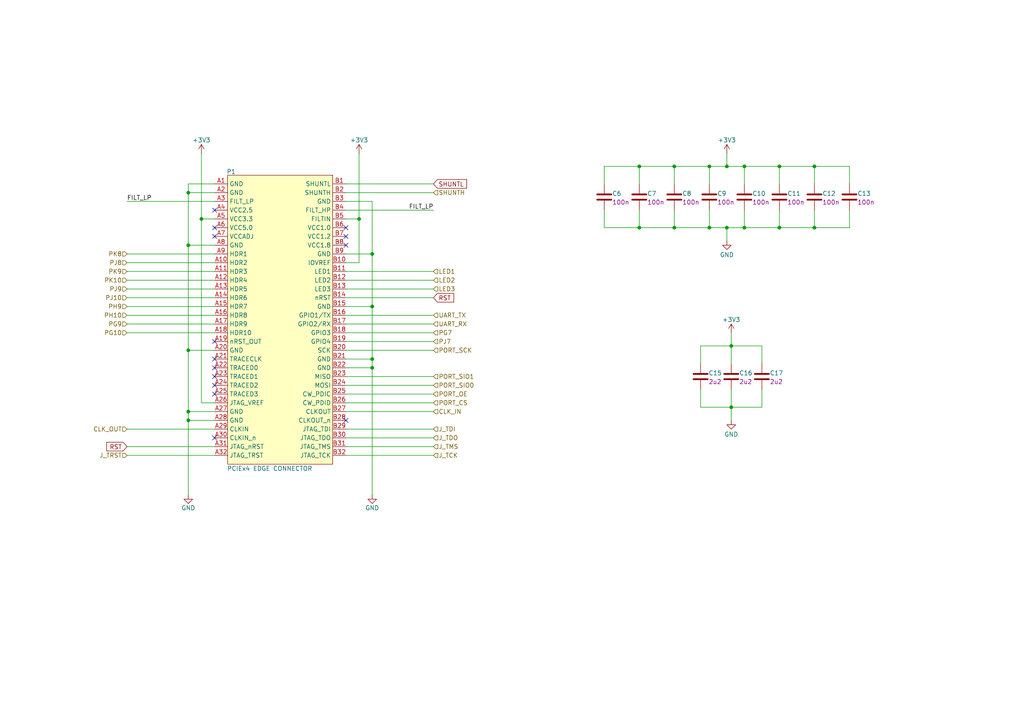
<source format=kicad_sch>
(kicad_sch (version 20231120) (generator "eeschema") (generator_version "8.0")
  (paper "A4")
  (lib_symbols
    (symbol "NAE_Connectors:CW312T-Template" (in_bom no)
      (property "Reference" "P" (at -15.24 3.81 0))
      (property "Value" "PCIEx4 EDGE CONNECTOR " (at 3.81 3.81 0))
      (symbol "CW312T-Template_1_1"
        (rectangle (start -15.24 2.54) (end 15.24 -81.28) (fill (type background)))
        (pin unspecified line (at -19.05 0 0) (length 3.81) (name "GND") (number "A1"))
        (pin unspecified line (at -19.05 -22.86 0) (length 3.81) (name "HDR2") (number "A10"))
        (pin unspecified line (at -19.05 -25.4 0) (length 3.81) (name "HDR3") (number "A11"))
        (pin unspecified line (at -19.05 -27.94 0) (length 3.81) (name "HDR4") (number "A12"))
        (pin unspecified line (at -19.05 -30.48 0) (length 3.81) (name "HDR5") (number "A13"))
        (pin unspecified line (at -19.05 -33.02 0) (length 3.81) (name "HDR6") (number "A14"))
        (pin unspecified line (at -19.05 -35.56 0) (length 3.81) (name "HDR7") (number "A15"))
        (pin unspecified line (at -19.05 -38.1 0) (length 3.81) (name "HDR8") (number "A16"))
        (pin unspecified line (at -19.05 -40.64 0) (length 3.81) (name "HDR9") (number "A17"))
        (pin unspecified line (at -19.05 -43.18 0) (length 3.81) (name "HDR10") (number "A18"))
        (pin unspecified line (at -19.05 -45.72 0) (length 3.81) (name "nRST_OUT") (number "A19"))
        (pin unspecified line (at -19.05 -2.54 0) (length 3.81) (name "GND") (number "A2"))
        (pin unspecified line (at -19.05 -48.26 0) (length 3.81) (name "GND") (number "A20"))
        (pin unspecified line (at -19.05 -50.8 0) (length 3.81) (name "TRACECLK") (number "A21"))
        (pin unspecified line (at -19.05 -53.34 0) (length 3.81) (name "TRACED0") (number "A22"))
        (pin unspecified line (at -19.05 -55.88 0) (length 3.81) (name "TRACED1") (number "A23"))
        (pin unspecified line (at -19.05 -58.42 0) (length 3.81) (name "TRACED2") (number "A24"))
        (pin unspecified line (at -19.05 -60.96 0) (length 3.81) (name "TRACED3") (number "A25"))
        (pin unspecified line (at -19.05 -63.5 0) (length 3.81) (name "JTAG_VREF") (number "A26"))
        (pin unspecified line (at -19.05 -66.04 0) (length 3.81) (name "GND") (number "A27"))
        (pin unspecified line (at -19.05 -68.58 0) (length 3.81) (name "GND") (number "A28"))
        (pin unspecified line (at -19.05 -71.12 0) (length 3.81) (name "CLKIN") (number "A29"))
        (pin unspecified line (at -19.05 -5.08 0) (length 3.81) (name "FILT_LP") (number "A3"))
        (pin unspecified line (at -19.05 -73.66 0) (length 3.81) (name "CLKIN_n") (number "A30"))
        (pin unspecified line (at -19.05 -76.2 0) (length 3.81) (name "JTAG_nRST") (number "A31"))
        (pin unspecified line (at -19.05 -78.74 0) (length 3.81) (name "JTAG_TRST") (number "A32"))
        (pin unspecified line (at -19.05 -7.62 0) (length 3.81) (name "VCC2.5") (number "A4"))
        (pin unspecified line (at -19.05 -10.16 0) (length 3.81) (name "VCC3.3") (number "A5"))
        (pin unspecified line (at -19.05 -12.7 0) (length 3.81) (name "VCC5.0") (number "A6"))
        (pin unspecified line (at -19.05 -15.24 0) (length 3.81) (name "VCCADJ") (number "A7"))
        (pin unspecified line (at -19.05 -17.78 0) (length 3.81) (name "GND") (number "A8"))
        (pin unspecified line (at -19.05 -20.32 0) (length 3.81) (name "HDR1") (number "A9"))
        (pin unspecified line (at 19.05 0 180) (length 3.81) (name "SHUNTL") (number "B1"))
        (pin unspecified line (at 19.05 -22.86 180) (length 3.81) (name "IOVREF") (number "B10"))
        (pin unspecified line (at 19.05 -25.4 180) (length 3.81) (name "LED1") (number "B11"))
        (pin unspecified line (at 19.05 -27.94 180) (length 3.81) (name "LED2") (number "B12"))
        (pin unspecified line (at 19.05 -30.48 180) (length 3.81) (name "LED3") (number "B13"))
        (pin unspecified line (at 19.05 -33.02 180) (length 3.81) (name "nRST") (number "B14"))
        (pin unspecified line (at 19.05 -35.56 180) (length 3.81) (name "GND") (number "B15"))
        (pin unspecified line (at 19.05 -38.1 180) (length 3.81) (name "GPIO1/TX") (number "B16"))
        (pin unspecified line (at 19.05 -40.64 180) (length 3.81) (name "GPIO2/RX") (number "B17"))
        (pin unspecified line (at 19.05 -43.18 180) (length 3.81) (name "GPIO3") (number "B18"))
        (pin unspecified line (at 19.05 -45.72 180) (length 3.81) (name "GPIO4") (number "B19"))
        (pin unspecified line (at 19.05 -2.54 180) (length 3.81) (name "SHUNTH") (number "B2"))
        (pin unspecified line (at 19.05 -48.26 180) (length 3.81) (name "SCK") (number "B20"))
        (pin unspecified line (at 19.05 -50.8 180) (length 3.81) (name "GND") (number "B21"))
        (pin unspecified line (at 19.05 -53.34 180) (length 3.81) (name "GND") (number "B22"))
        (pin unspecified line (at 19.05 -55.88 180) (length 3.81) (name "MISO") (number "B23"))
        (pin unspecified line (at 19.05 -58.42 180) (length 3.81) (name "MOSI") (number "B24"))
        (pin unspecified line (at 19.05 -60.96 180) (length 3.81) (name "CW_PDIC") (number "B25"))
        (pin unspecified line (at 19.05 -63.5 180) (length 3.81) (name "CW_PDID") (number "B26"))
        (pin unspecified line (at 19.05 -66.04 180) (length 3.81) (name "CLKOUT") (number "B27"))
        (pin unspecified line (at 19.05 -68.58 180) (length 3.81) (name "CLKOUT_n") (number "B28"))
        (pin unspecified line (at 19.05 -71.12 180) (length 3.81) (name "JTAG_TDI") (number "B29"))
        (pin unspecified line (at 19.05 -5.08 180) (length 3.81) (name "GND") (number "B3"))
        (pin unspecified line (at 19.05 -73.66 180) (length 3.81) (name "JTAG_TDO") (number "B30"))
        (pin unspecified line (at 19.05 -76.2 180) (length 3.81) (name "JTAG_TMS") (number "B31"))
        (pin unspecified line (at 19.05 -78.74 180) (length 3.81) (name "JTAG_TCK") (number "B32"))
        (pin unspecified line (at 19.05 -7.62 180) (length 3.81) (name "FILT_HP") (number "B4"))
        (pin unspecified line (at 19.05 -10.16 180) (length 3.81) (name "FILTIN") (number "B5"))
        (pin unspecified line (at 19.05 -12.7 180) (length 3.81) (name "VCC1.0") (number "B6"))
        (pin unspecified line (at 19.05 -15.24 180) (length 3.81) (name "VCC1.2") (number "B7"))
        (pin unspecified line (at 19.05 -17.78 180) (length 3.81) (name "VCC1.8") (number "B8"))
        (pin unspecified line (at 19.05 -20.32 180) (length 3.81) (name "GND") (number "B9"))
      )
    )
    (symbol "nae_caps:CAP_100n_6.3V_0603" (pin_numbers hide)
      (property "Reference" "C" (at -20.32 5.08 0))
      (property "Display Value" "100n" (at 15.24 5.08 0))
      (symbol "CAP_100n_6.3V_0603_0_1"
        (polyline (pts (xy -0.762 -2.032) (xy -0.762 2.032)) (stroke (width 0.508)))
        (polyline (pts (xy 0.762 -2.032) (xy 0.762 2.032)) (stroke (width 0.508)))
      )
      (symbol "CAP_100n_6.3V_0603_1_1"
        (pin passive line (at -3.81 0 0) (length 2.794) (name "~") (number "1"))
        (pin passive line (at 3.81 0 180) (length 2.794) (name "~") (number "2"))
      )
    )
    (symbol "nae_caps:CAP_2u2_6.3V_0603" (pin_numbers hide)
      (property "Reference" "C" (at -20.32 5.08 0))
      (property "Display Value" "2u2" (at 15.24 5.08 0))
      (symbol "CAP_2u2_6.3V_0603_0_1"
        (polyline (pts (xy -0.762 -2.032) (xy -0.762 2.032)) (stroke (width 0.508)))
        (polyline (pts (xy 0.762 -2.032) (xy 0.762 2.032)) (stroke (width 0.508)))
      )
      (symbol "CAP_2u2_6.3V_0603_1_1"
        (pin passive line (at -3.81 0 0) (length 2.794) (name "~") (number "1"))
        (pin passive line (at 3.81 0 180) (length 2.794) (name "~") (number "2"))
      )
    )
    (symbol "power:+3V3" (power) (pin_numbers hide) (pin_names (offset 0) hide)
      (property "Value" "+3V3" (at 0 3.556 0))
      (symbol "+3V3_0_1"
        (polyline (pts (xy -0.762 1.27) (xy 0 2.54)))
        (polyline (pts (xy 0 0) (xy 0 2.54)))
        (polyline (pts (xy 0 2.54) (xy 0.762 1.27)))
      )
      (symbol "+3V3_1_1"
        (pin power_in line (at 0 0 90) (length 0) (name "~") (number "1"))
      )
    )
    (symbol "power:GND" (power) (pin_numbers hide) (pin_names (offset 0) hide)
      (property "Value" "GND" (at 0 -3.81 0))
      (symbol "GND_0_1"
        (polyline (pts (xy 0 0) (xy 0 -1.27) (xy 1.27 -1.27) (xy 0 -2.54) (xy -1.27 -1.27) (xy 0 -1.27)))
      )
      (symbol "GND_1_1"
        (pin power_in line (at 0 0 270) (length 0) (name "~") (number "1"))
      )
    )
  )
  (junction (at 212.09 100.33))
  (junction (at 185.42 66.04))
  (junction (at 107.95 73.66))
  (junction (at 215.9 48.26))
  (junction (at 104.14 63.5))
  (junction (at 54.61 119.38))
  (junction (at 107.95 106.68))
  (junction (at 205.74 48.26))
  (junction (at 226.06 66.04))
  (junction (at 107.95 88.9))
  (junction (at 54.61 55.88))
  (junction (at 107.95 104.14))
  (junction (at 210.82 48.26))
  (junction (at 226.06 48.26))
  (junction (at 205.74 66.04))
  (junction (at 195.58 66.04))
  (junction (at 54.61 121.92))
  (junction (at 54.61 101.6))
  (junction (at 236.22 48.26))
  (junction (at 58.42 63.5))
  (junction (at 236.22 66.04))
  (junction (at 195.58 48.26))
  (junction (at 185.42 48.26))
  (junction (at 215.9 66.04))
  (junction (at 54.61 71.12))
  (junction (at 210.82 66.04))
  (junction (at 212.09 118.11))
  (no_connect (at 100.33 66.04))
  (no_connect (at 62.23 109.22))
  (no_connect (at 62.23 111.76))
  (no_connect (at 62.23 104.14))
  (no_connect (at 62.23 106.68))
  (no_connect (at 62.23 66.04))
  (no_connect (at 100.33 68.58))
  (no_connect (at 62.23 99.06))
  (no_connect (at 100.33 71.12))
  (no_connect (at 62.23 114.3))
  (no_connect (at 62.23 60.96))
  (no_connect (at 62.23 68.58))
  (no_connect (at 62.23 127))
  (no_connect (at 100.33 121.92))
  (wire (pts (xy 36.83 132.08) (xy 62.23 132.08)))
  (wire (pts (xy 100.33 60.96) (xy 125.73 60.96)))
  (wire (pts (xy 36.83 78.74) (xy 62.23 78.74)))
  (wire (pts (xy 36.83 73.66) (xy 62.23 73.66)))
  (wire (pts (xy 100.33 101.6) (xy 125.73 101.6)))
  (wire (pts (xy 226.06 66.04) (xy 236.22 66.04)))
  (wire (pts (xy 236.22 60.96) (xy 236.22 66.04)))
  (wire (pts (xy 226.06 48.26) (xy 236.22 48.26)))
  (wire (pts (xy 36.83 96.52) (xy 62.23 96.52)))
  (wire (pts (xy 58.42 63.5) (xy 58.42 116.84)))
  (wire (pts (xy 210.82 69.85) (xy 210.82 66.04)))
  (wire (pts (xy 100.33 91.44) (xy 125.73 91.44)))
  (wire (pts (xy 185.42 48.26) (xy 195.58 48.26)))
  (wire (pts (xy 54.61 101.6) (xy 54.61 119.38)))
  (wire (pts (xy 100.33 116.84) (xy 125.73 116.84)))
  (wire (pts (xy 175.26 48.26) (xy 185.42 48.26)))
  (wire (pts (xy 100.33 132.08) (xy 125.73 132.08)))
  (wire (pts (xy 100.33 53.34) (xy 125.73 53.34)))
  (wire (pts (xy 107.95 73.66) (xy 107.95 88.9)))
  (wire (pts (xy 100.33 99.06) (xy 125.73 99.06)))
  (wire (pts (xy 205.74 60.96) (xy 205.74 66.04)))
  (wire (pts (xy 195.58 48.26) (xy 205.74 48.26)))
  (wire (pts (xy 100.33 127) (xy 125.73 127)))
  (wire (pts (xy 54.61 71.12) (xy 62.23 71.12)))
  (wire (pts (xy 36.83 88.9) (xy 62.23 88.9)))
  (wire (pts (xy 246.38 48.26) (xy 246.38 53.34)))
  (wire (pts (xy 205.74 66.04) (xy 210.82 66.04)))
  (wire (pts (xy 36.83 81.28) (xy 62.23 81.28)))
  (wire (pts (xy 107.95 104.14) (xy 107.95 106.68)))
  (wire (pts (xy 236.22 48.26) (xy 236.22 53.34)))
  (wire (pts (xy 100.33 129.54) (xy 125.73 129.54)))
  (wire (pts (xy 100.33 109.22) (xy 125.73 109.22)))
  (wire (pts (xy 226.06 48.26) (xy 226.06 53.34)))
  (wire (pts (xy 220.98 118.11) (xy 220.98 113.03)))
  (wire (pts (xy 36.83 91.44) (xy 62.23 91.44)))
  (wire (pts (xy 203.2 105.41) (xy 203.2 100.33)))
  (wire (pts (xy 104.14 44.45) (xy 104.14 63.5)))
  (wire (pts (xy 100.33 114.3) (xy 125.73 114.3)))
  (wire (pts (xy 203.2 118.11) (xy 212.09 118.11)))
  (wire (pts (xy 100.33 106.68) (xy 107.95 106.68)))
  (wire (pts (xy 100.33 63.5) (xy 104.14 63.5)))
  (wire (pts (xy 104.14 63.5) (xy 104.14 76.2)))
  (wire (pts (xy 185.42 48.26) (xy 185.42 53.34)))
  (wire (pts (xy 54.61 121.92) (xy 62.23 121.92)))
  (wire (pts (xy 36.83 124.46) (xy 62.23 124.46)))
  (wire (pts (xy 54.61 55.88) (xy 54.61 71.12)))
  (wire (pts (xy 175.26 66.04) (xy 175.26 60.96)))
  (wire (pts (xy 236.22 66.04) (xy 246.38 66.04)))
  (wire (pts (xy 236.22 48.26) (xy 246.38 48.26)))
  (wire (pts (xy 195.58 60.96) (xy 195.58 66.04)))
  (wire (pts (xy 195.58 66.04) (xy 205.74 66.04)))
  (wire (pts (xy 100.33 83.82) (xy 125.73 83.82)))
  (wire (pts (xy 220.98 105.41) (xy 220.98 100.33)))
  (wire (pts (xy 195.58 48.26) (xy 195.58 53.34)))
  (wire (pts (xy 100.33 81.28) (xy 125.73 81.28)))
  (wire (pts (xy 107.95 58.42) (xy 107.95 73.66)))
  (wire (pts (xy 100.33 76.2) (xy 104.14 76.2)))
  (wire (pts (xy 100.33 93.98) (xy 125.73 93.98)))
  (wire (pts (xy 54.61 121.92) (xy 54.61 143.51)))
  (wire (pts (xy 210.82 48.26) (xy 215.9 48.26)))
  (wire (pts (xy 215.9 60.96) (xy 215.9 66.04)))
  (wire (pts (xy 100.33 104.14) (xy 107.95 104.14)))
  (wire (pts (xy 36.83 86.36) (xy 62.23 86.36)))
  (wire (pts (xy 226.06 60.96) (xy 226.06 66.04)))
  (wire (pts (xy 62.23 53.34) (xy 54.61 53.34)))
  (wire (pts (xy 205.74 48.26) (xy 205.74 53.34)))
  (wire (pts (xy 100.33 55.88) (xy 125.73 55.88)))
  (wire (pts (xy 210.82 44.45) (xy 210.82 48.26)))
  (wire (pts (xy 100.33 88.9) (xy 107.95 88.9)))
  (wire (pts (xy 54.61 119.38) (xy 62.23 119.38)))
  (wire (pts (xy 212.09 118.11) (xy 212.09 121.92)))
  (wire (pts (xy 58.42 116.84) (xy 62.23 116.84)))
  (wire (pts (xy 203.2 100.33) (xy 212.09 100.33)))
  (wire (pts (xy 36.83 58.42) (xy 62.23 58.42)))
  (wire (pts (xy 175.26 66.04) (xy 185.42 66.04)))
  (wire (pts (xy 107.95 58.42) (xy 100.33 58.42)))
  (wire (pts (xy 100.33 78.74) (xy 125.73 78.74)))
  (wire (pts (xy 215.9 48.26) (xy 215.9 53.34)))
  (wire (pts (xy 215.9 66.04) (xy 226.06 66.04)))
  (wire (pts (xy 212.09 105.41) (xy 212.09 100.33)))
  (wire (pts (xy 54.61 55.88) (xy 62.23 55.88)))
  (wire (pts (xy 212.09 118.11) (xy 220.98 118.11)))
  (wire (pts (xy 54.61 101.6) (xy 62.23 101.6)))
  (wire (pts (xy 107.95 106.68) (xy 107.95 143.51)))
  (wire (pts (xy 100.33 119.38) (xy 125.73 119.38)))
  (wire (pts (xy 36.83 93.98) (xy 62.23 93.98)))
  (wire (pts (xy 54.61 53.34) (xy 54.61 55.88)))
  (wire (pts (xy 175.26 53.34) (xy 175.26 48.26)))
  (wire (pts (xy 36.83 129.54) (xy 62.23 129.54)))
  (wire (pts (xy 203.2 118.11) (xy 203.2 113.03)))
  (wire (pts (xy 100.33 86.36) (xy 125.73 86.36)))
  (wire (pts (xy 54.61 119.38) (xy 54.61 121.92)))
  (wire (pts (xy 100.33 73.66) (xy 107.95 73.66)))
  (wire (pts (xy 215.9 48.26) (xy 226.06 48.26)))
  (wire (pts (xy 185.42 60.96) (xy 185.42 66.04)))
  (wire (pts (xy 107.95 88.9) (xy 107.95 104.14)))
  (wire (pts (xy 212.09 100.33) (xy 220.98 100.33)))
  (wire (pts (xy 210.82 66.04) (xy 215.9 66.04)))
  (wire (pts (xy 36.83 76.2) (xy 62.23 76.2)))
  (wire (pts (xy 100.33 124.46) (xy 125.73 124.46)))
  (wire (pts (xy 54.61 71.12) (xy 54.61 101.6)))
  (wire (pts (xy 205.74 48.26) (xy 210.82 48.26)))
  (wire (pts (xy 246.38 60.96) (xy 246.38 66.04)))
  (wire (pts (xy 212.09 118.11) (xy 212.09 113.03)))
  (wire (pts (xy 100.33 111.76) (xy 125.73 111.76)))
  (wire (pts (xy 100.33 96.52) (xy 125.73 96.52)))
  (wire (pts (xy 212.09 96.52) (xy 212.09 100.33)))
  (wire (pts (xy 36.83 83.82) (xy 62.23 83.82)))
  (wire (pts (xy 185.42 66.04) (xy 195.58 66.04)))
  (wire (pts (xy 58.42 44.45) (xy 58.42 63.5)))
  (wire (pts (xy 62.23 63.5) (xy 58.42 63.5)))
  (label "FILT_LP" (at 36.83 58.42 0))
  (label "FILT_LP" (at 125.73 60.96 180))
  (global_label "SHUNTL" (shape input) (at 125.73 53.34 0) (property "Intersheetrefs" "${INTERSHEET_REFS}" (effects (hide yes))))
  (global_label "RST" (shape input) (at 125.73 86.36 0) (property "Intersheetrefs" "${INTERSHEET_REFS}" (effects (hide yes))))
  (global_label "RST" (shape input) (at 36.83 129.54 180) (property "Intersheetrefs" "${INTERSHEET_REFS}" (effects (hide yes))))
  (hierarchical_label "PJ9" (shape input) (at 36.83 83.82 180))
  (hierarchical_label "J_TDO" (shape input) (at 125.73 127 0))
  (hierarchical_label "CLK_IN" (shape input) (at 125.73 119.38 0))
  (hierarchical_label "PORT_SIO1" (shape input) (at 125.73 109.22 0))
  (hierarchical_label "LED2" (shape input) (at 125.73 81.28 0))
  (hierarchical_label "PH10" (shape input) (at 36.83 91.44 180))
  (hierarchical_label "J_TCK" (shape input) (at 125.73 132.08 0))
  (hierarchical_label "PK10" (shape input) (at 36.83 81.28 180))
  (hierarchical_label "UART_TX" (shape input) (at 125.73 91.44 0))
  (hierarchical_label "PJ7" (shape input) (at 125.73 99.06 0))
  (hierarchical_label "PORT_CS" (shape input) (at 125.73 116.84 0))
  (hierarchical_label "LED1" (shape input) (at 125.73 78.74 0))
  (hierarchical_label "PK8" (shape input) (at 36.83 73.66 180))
  (hierarchical_label "PG7" (shape input) (at 125.73 96.52 0))
  (hierarchical_label "J_TMS" (shape input) (at 125.73 129.54 0))
  (hierarchical_label "PH9" (shape input) (at 36.83 88.9 180))
  (hierarchical_label "CLK_OUT" (shape input) (at 36.83 124.46 180))
  (hierarchical_label "SHUNTH" (shape input) (at 125.73 55.88 0))
  (hierarchical_label "UART_RX" (shape input) (at 125.73 93.98 0))
  (hierarchical_label "PG10" (shape input) (at 36.83 96.52 180))
  (hierarchical_label "PORT_OE" (shape input) (at 125.73 114.3 0))
  (hierarchical_label "PG9" (shape input) (at 36.83 93.98 180))
  (hierarchical_label "PJ8" (shape input) (at 36.83 76.2 180))
  (hierarchical_label "J_TRST" (shape input) (at 36.83 132.08 180))
  (hierarchical_label "PK9" (shape input) (at 36.83 78.74 180))
  (hierarchical_label "PORT_SCK" (shape input) (at 125.73 101.6 0))
  (hierarchical_label "J_TDI" (shape input) (at 125.73 124.46 0))
  (hierarchical_label "PORT_SIO0" (shape input) (at 125.73 111.76 0))
  (hierarchical_label "PJ10" (shape input) (at 36.83 86.36 180))
  (hierarchical_label "LED3" (shape input) (at 125.73 83.82 0))
  (symbol (lib_id "power:+3V3") (at 58.42 44.45 0) (mirror y) (unit 1)
    (property "Reference" "#PWR05" (effects (hide yes)))
    (property "Value" "+3V3" (at 58.42 40.64 0))
    (property "Description" "Power symbol creates a global label with name \"+3V3\"" (effects (hide yes)))
  )
  (symbol (lib_id "power:GND") (at 107.95 143.51 0) (unit 1)
    (property "Reference" "#PWR02" (effects (hide yes)))
    (property "Value" "GND" (at 107.95 147.32 0))
    (property "Description" "Power symbol creates a global label with name \"GND\" , ground" (effects (hide yes)))
  )
  (symbol (lib_id "nae_caps:CAP_100n_6.3V_0603") (at 215.9 57.15 90) (unit 1)
    (property "Reference" "C10" (at 218.186 56.134 90) (effects (justify right)))
    (property "Value" "CAP_100n_6.3V_0603" (effects (hide yes)))
    (property "Footprint" "Capacitor_SMD:C_0603_1608Metric" (effects (hide yes)))
    (property "Datasheet" "https://www.yageo.com/upload/media/product/productsearch/datasheet/mlcc/UPY-GPHC_X7R_6.3V-to-250V_24.pdf" (effects (hide yes)))
    (property "Description" "CAP CER 0.1UF 6.3V X7R 0603" (effects (hide yes)))
    (property "Display Value" "100n" (at 218.186 58.674 90) (effects (justify right)))
    (property "Manufacturer" "YAGEO" (effects (hide yes)))
    (property "Manufacturer Part Number" "CC0603KRX7R5BB104" (effects (hide yes)))
    (property "Supplier 1" "DigiKey" (effects (hide yes)))
    (property "Supplier 1 Part Number" "13-CC0603KRX7R5BB104CT-ND" (effects (hide yes)))
    (property "Supplier 2" "no_data" (effects (hide yes)))
    (property "Supplier 2 Part Number" "no_data" (effects (hide yes)))
  )
  (symbol (lib_id "power:+3V3") (at 104.14 44.45 0) (unit 1)
    (property "Reference" "#PWR03" (effects (hide yes)))
    (property "Value" "+3V3" (at 104.14 40.64 0))
    (property "Description" "Power symbol creates a global label with name \"+3V3\"" (effects (hide yes)))
  )
  (symbol (lib_id "power:+3V3") (at 212.09 96.52 0) (unit 1)
    (property "Reference" "#PWR09" (effects (hide yes)))
    (property "Value" "+3V3" (at 212.09 92.71 0))
    (property "Description" "Power symbol creates a global label with name \"+3V3\"" (effects (hide yes)))
  )
  (symbol (lib_id "nae_caps:CAP_100n_6.3V_0603") (at 185.42 57.15 90) (unit 1)
    (property "Reference" "C7" (at 187.706 56.134 90) (effects (justify right)))
    (property "Value" "CAP_100n_6.3V_0603" (effects (hide yes)))
    (property "Footprint" "Capacitor_SMD:C_0603_1608Metric" (effects (hide yes)))
    (property "Datasheet" "https://www.yageo.com/upload/media/product/productsearch/datasheet/mlcc/UPY-GPHC_X7R_6.3V-to-250V_24.pdf" (effects (hide yes)))
    (property "Description" "CAP CER 0.1UF 6.3V X7R 0603" (effects (hide yes)))
    (property "Display Value" "100n" (at 187.706 58.674 90) (effects (justify right)))
    (property "Manufacturer" "YAGEO" (effects (hide yes)))
    (property "Manufacturer Part Number" "CC0603KRX7R5BB104" (effects (hide yes)))
    (property "Supplier 1" "DigiKey" (effects (hide yes)))
    (property "Supplier 1 Part Number" "13-CC0603KRX7R5BB104CT-ND" (effects (hide yes)))
    (property "Supplier 2" "no_data" (effects (hide yes)))
    (property "Supplier 2 Part Number" "no_data" (effects (hide yes)))
  )
  (symbol (lib_id "power:+3V3") (at 210.82 44.45 0) (unit 1)
    (property "Reference" "#PWR06" (effects (hide yes)))
    (property "Value" "+3V3" (at 210.82 40.64 0))
    (property "Description" "Power symbol creates a global label with name \"+3V3\"" (effects (hide yes)))
  )
  (symbol (lib_id "nae_caps:CAP_100n_6.3V_0603") (at 236.22 57.15 90) (unit 1)
    (property "Reference" "C12" (at 238.506 56.134 90) (effects (justify right)))
    (property "Value" "CAP_100n_6.3V_0603" (effects (hide yes)))
    (property "Footprint" "Capacitor_SMD:C_0603_1608Metric" (effects (hide yes)))
    (property "Datasheet" "https://www.yageo.com/upload/media/product/productsearch/datasheet/mlcc/UPY-GPHC_X7R_6.3V-to-250V_24.pdf" (effects (hide yes)))
    (property "Description" "CAP CER 0.1UF 6.3V X7R 0603" (effects (hide yes)))
    (property "Display Value" "100n" (at 238.506 58.674 90) (effects (justify right)))
    (property "Manufacturer" "YAGEO" (effects (hide yes)))
    (property "Manufacturer Part Number" "CC0603KRX7R5BB104" (effects (hide yes)))
    (property "Supplier 1" "DigiKey" (effects (hide yes)))
    (property "Supplier 1 Part Number" "13-CC0603KRX7R5BB104CT-ND" (effects (hide yes)))
    (property "Supplier 2" "no_data" (effects (hide yes)))
    (property "Supplier 2 Part Number" "no_data" (effects (hide yes)))
  )
  (symbol (lib_id "nae_caps:CAP_100n_6.3V_0603") (at 246.38 57.15 90) (unit 1)
    (property "Reference" "C13" (at 248.666 56.134 90) (effects (justify right)))
    (property "Value" "CAP_100n_6.3V_0603" (effects (hide yes)))
    (property "Footprint" "Capacitor_SMD:C_0603_1608Metric" (effects (hide yes)))
    (property "Datasheet" "https://www.yageo.com/upload/media/product/productsearch/datasheet/mlcc/UPY-GPHC_X7R_6.3V-to-250V_24.pdf" (effects (hide yes)))
    (property "Description" "CAP CER 0.1UF 6.3V X7R 0603" (effects (hide yes)))
    (property "Display Value" "100n" (at 248.666 58.674 90) (effects (justify right)))
    (property "Manufacturer" "YAGEO" (effects (hide yes)))
    (property "Manufacturer Part Number" "CC0603KRX7R5BB104" (effects (hide yes)))
    (property "Supplier 1" "DigiKey" (effects (hide yes)))
    (property "Supplier 1 Part Number" "13-CC0603KRX7R5BB104CT-ND" (effects (hide yes)))
    (property "Supplier 2" "no_data" (effects (hide yes)))
    (property "Supplier 2 Part Number" "no_data" (effects (hide yes)))
  )
  (symbol (lib_id "nae_caps:CAP_100n_6.3V_0603") (at 195.58 57.15 90) (unit 1)
    (property "Reference" "C8" (at 197.866 56.134 90) (effects (justify right)))
    (property "Value" "CAP_100n_6.3V_0603" (effects (hide yes)))
    (property "Footprint" "Capacitor_SMD:C_0603_1608Metric" (effects (hide yes)))
    (property "Datasheet" "https://www.yageo.com/upload/media/product/productsearch/datasheet/mlcc/UPY-GPHC_X7R_6.3V-to-250V_24.pdf" (effects (hide yes)))
    (property "Description" "CAP CER 0.1UF 6.3V X7R 0603" (effects (hide yes)))
    (property "Display Value" "100n" (at 197.866 58.674 90) (effects (justify right)))
    (property "Manufacturer" "YAGEO" (effects (hide yes)))
    (property "Manufacturer Part Number" "CC0603KRX7R5BB104" (effects (hide yes)))
    (property "Supplier 1" "DigiKey" (effects (hide yes)))
    (property "Supplier 1 Part Number" "13-CC0603KRX7R5BB104CT-ND" (effects (hide yes)))
    (property "Supplier 2" "no_data" (effects (hide yes)))
    (property "Supplier 2 Part Number" "no_data" (effects (hide yes)))
  )
  (symbol (lib_id "power:GND") (at 210.82 69.85 0) (unit 1)
    (property "Reference" "#PWR07" (effects (hide yes)))
    (property "Value" "GND" (at 210.82 73.914 0))
    (property "Description" "Power symbol creates a global label with name \"GND\" , ground" (effects (hide yes)))
  )
  (symbol (lib_id "nae_caps:CAP_100n_6.3V_0603") (at 226.06 57.15 90) (unit 1)
    (property "Reference" "C11" (at 228.346 56.134 90) (effects (justify right)))
    (property "Value" "CAP_100n_6.3V_0603" (effects (hide yes)))
    (property "Footprint" "Capacitor_SMD:C_0603_1608Metric" (effects (hide yes)))
    (property "Datasheet" "https://www.yageo.com/upload/media/product/productsearch/datasheet/mlcc/UPY-GPHC_X7R_6.3V-to-250V_24.pdf" (effects (hide yes)))
    (property "Description" "CAP CER 0.1UF 6.3V X7R 0603" (effects (hide yes)))
    (property "Display Value" "100n" (at 228.346 58.674 90) (effects (justify right)))
    (property "Manufacturer" "YAGEO" (effects (hide yes)))
    (property "Manufacturer Part Number" "CC0603KRX7R5BB104" (effects (hide yes)))
    (property "Supplier 1" "DigiKey" (effects (hide yes)))
    (property "Supplier 1 Part Number" "13-CC0603KRX7R5BB104CT-ND" (effects (hide yes)))
    (property "Supplier 2" "no_data" (effects (hide yes)))
    (property "Supplier 2 Part Number" "no_data" (effects (hide yes)))
  )
  (symbol (lib_id "NAE_Connectors:CW312T-Template") (at 81.28 53.34 0) (unit 1) (in_bom no)
    (property "Reference" "P1" (at 67.056 49.784 0))
    (property "Value" "PCIEx4 EDGE CONNECTOR" (at 78.232 135.89 0))
    (property "Footprint" "tutorial_2_library:CW312_Template" (effects (hide yes)))
    (property "Description" "BOARD AND EDGE CONNECTOR TEMPLATE FOR CW312 TARGETS" (effects (hide yes)))
  )
  (symbol (lib_id "power:GND") (at 54.61 143.51 0) (unit 1)
    (property "Reference" "#PWR01" (effects (hide yes)))
    (property "Value" "GND" (at 54.61 147.32 0))
    (property "Description" "Power symbol creates a global label with name \"GND\" , ground" (effects (hide yes)))
  )
  (symbol (lib_id "nae_caps:CAP_2u2_6.3V_0603") (at 203.2 109.22 90) (unit 1)
    (property "Reference" "C15" (at 205.486 108.204 90) (effects (justify right)))
    (property "Value" "CAP_2u2_6.3V_0603" (effects (hide yes)))
    (property "Footprint" "Capacitor_SMD:C_0603_1608Metric" (effects (hide yes)))
    (property "Datasheet" "https://www.yageo.com/upload/media/product/productsearch/datasheet/mlcc/UPY-GPHC_X7R_6.3V-to-250V_24.pdf" (effects (hide yes)))
    (property "Description" "CAP CER 2.2UF 6.3V X7R 0603" (effects (hide yes)))
    (property "Display Value" "2u2" (at 205.486 110.744 90) (effects (justify right)))
    (property "Manufacturer" "YAGEO" (effects (hide yes)))
    (property "Manufacturer Part Number" "CC0603KRX7R5BB225" (effects (hide yes)))
    (property "Supplier 1" "DigiKey" (effects (hide yes)))
    (property "Supplier 1 Part Number" "311-1795-1-ND" (effects (hide yes)))
    (property "Supplier 2" "no_data" (effects (hide yes)))
    (property "Supplier 2 Part Number" "no_data" (effects (hide yes)))
  )
  (symbol (lib_id "nae_caps:CAP_100n_6.3V_0603") (at 205.74 57.15 90) (unit 1)
    (property "Reference" "C9" (at 208.026 56.134 90) (effects (justify right)))
    (property "Value" "CAP_100n_6.3V_0603" (effects (hide yes)))
    (property "Footprint" "Capacitor_SMD:C_0603_1608Metric" (effects (hide yes)))
    (property "Datasheet" "https://www.yageo.com/upload/media/product/productsearch/datasheet/mlcc/UPY-GPHC_X7R_6.3V-to-250V_24.pdf" (effects (hide yes)))
    (property "Description" "CAP CER 0.1UF 6.3V X7R 0603" (effects (hide yes)))
    (property "Display Value" "100n" (at 208.026 58.674 90) (effects (justify right)))
    (property "Manufacturer" "YAGEO" (effects (hide yes)))
    (property "Manufacturer Part Number" "CC0603KRX7R5BB104" (effects (hide yes)))
    (property "Supplier 1" "DigiKey" (effects (hide yes)))
    (property "Supplier 1 Part Number" "13-CC0603KRX7R5BB104CT-ND" (effects (hide yes)))
    (property "Supplier 2" "no_data" (effects (hide yes)))
    (property "Supplier 2 Part Number" "no_data" (effects (hide yes)))
  )
  (symbol (lib_id "nae_caps:CAP_2u2_6.3V_0603") (at 212.09 109.22 90) (unit 1)
    (property "Reference" "C16" (at 214.376 108.204 90) (effects (justify right)))
    (property "Value" "CAP_2u2_6.3V_0603" (effects (hide yes)))
    (property "Footprint" "Capacitor_SMD:C_0603_1608Metric" (effects (hide yes)))
    (property "Datasheet" "https://www.yageo.com/upload/media/product/productsearch/datasheet/mlcc/UPY-GPHC_X7R_6.3V-to-250V_24.pdf" (effects (hide yes)))
    (property "Description" "CAP CER 2.2UF 6.3V X7R 0603" (effects (hide yes)))
    (property "Display Value" "2u2" (at 214.376 110.744 90) (effects (justify right)))
    (property "Manufacturer" "YAGEO" (effects (hide yes)))
    (property "Manufacturer Part Number" "CC0603KRX7R5BB225" (effects (hide yes)))
    (property "Supplier 1" "DigiKey" (effects (hide yes)))
    (property "Supplier 1 Part Number" "311-1795-1-ND" (effects (hide yes)))
    (property "Supplier 2" "no_data" (effects (hide yes)))
    (property "Supplier 2 Part Number" "no_data" (effects (hide yes)))
  )
  (symbol (lib_id "power:GND") (at 212.09 121.92 0) (unit 1)
    (property "Reference" "#PWR08" (effects (hide yes)))
    (property "Value" "GND" (at 212.09 125.984 0))
    (property "Description" "Power symbol creates a global label with name \"GND\" , ground" (effects (hide yes)))
  )
  (symbol (lib_id "nae_caps:CAP_2u2_6.3V_0603") (at 220.98 109.22 90) (unit 1)
    (property "Reference" "C17" (at 223.266 108.204 90) (effects (justify right)))
    (property "Value" "CAP_2u2_6.3V_0603" (effects (hide yes)))
    (property "Footprint" "Capacitor_SMD:C_0603_1608Metric" (effects (hide yes)))
    (property "Datasheet" "https://www.yageo.com/upload/media/product/productsearch/datasheet/mlcc/UPY-GPHC_X7R_6.3V-to-250V_24.pdf" (effects (hide yes)))
    (property "Description" "CAP CER 2.2UF 6.3V X7R 0603" (effects (hide yes)))
    (property "Display Value" "2u2" (at 223.266 110.744 90) (effects (justify right)))
    (property "Manufacturer" "YAGEO" (effects (hide yes)))
    (property "Manufacturer Part Number" "CC0603KRX7R5BB225" (effects (hide yes)))
    (property "Supplier 1" "DigiKey" (effects (hide yes)))
    (property "Supplier 1 Part Number" "311-1795-1-ND" (effects (hide yes)))
    (property "Supplier 2" "no_data" (effects (hide yes)))
    (property "Supplier 2 Part Number" "no_data" (effects (hide yes)))
  )
  (symbol (lib_id "nae_caps:CAP_100n_6.3V_0603") (at 175.26 57.15 90) (unit 1)
    (property "Reference" "C6" (at 177.546 56.134 90) (effects (justify right)))
    (property "Value" "CAP_100n_6.3V_0603" (effects (hide yes)))
    (property "Footprint" "Capacitor_SMD:C_0603_1608Metric" (effects (hide yes)))
    (property "Datasheet" "https://www.yageo.com/upload/media/product/productsearch/datasheet/mlcc/UPY-GPHC_X7R_6.3V-to-250V_24.pdf" (effects (hide yes)))
    (property "Description" "CAP CER 0.1UF 6.3V X7R 0603" (effects (hide yes)))
    (property "Display Value" "100n" (at 177.546 58.674 90) (effects (justify right)))
    (property "Manufacturer" "YAGEO" (effects (hide yes)))
    (property "Manufacturer Part Number" "CC0603KRX7R5BB104" (effects (hide yes)))
    (property "Supplier 1" "DigiKey" (effects (hide yes)))
    (property "Supplier 1 Part Number" "13-CC0603KRX7R5BB104CT-ND" (effects (hide yes)))
    (property "Supplier 2" "no_data" (effects (hide yes)))
    (property "Supplier 2 Part Number" "no_data" (effects (hide yes)))
  )
)
</source>
